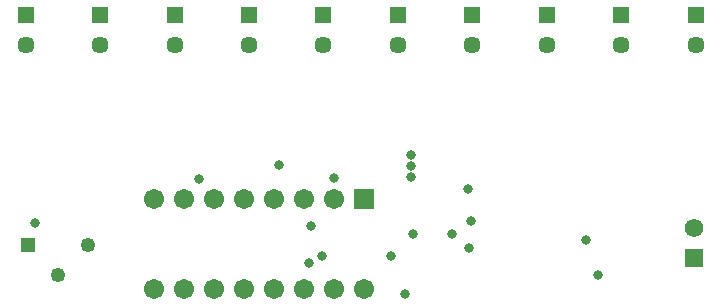
<source format=gbr>
G04*
G04 #@! TF.GenerationSoftware,Altium Limited,Altium Designer,24.1.2 (44)*
G04*
G04 Layer_Color=16711935*
%FSLAX44Y44*%
%MOMM*%
G71*
G04*
G04 #@! TF.SameCoordinates,BD343A0D-4BD6-4D64-9A7B-49F0AB29FDDA*
G04*
G04*
G04 #@! TF.FilePolarity,Negative*
G04*
G01*
G75*
%ADD22C,1.5700*%
%ADD23R,1.5700X1.5700*%
%ADD24R,1.2500X1.2500*%
%ADD25C,1.2500*%
%ADD26R,1.4500X1.4500*%
%ADD27C,1.4500*%
%ADD28C,1.7032*%
%ADD29R,1.7032X1.7032*%
%ADD30C,0.8032*%
D22*
X617982Y90170D02*
D03*
D23*
Y64770D02*
D03*
D24*
X53594Y75946D02*
D03*
D25*
X104394D02*
D03*
X78994Y50546D02*
D03*
D26*
X51816Y270256D02*
D03*
X618998D02*
D03*
X555978D02*
D03*
X492958D02*
D03*
X429937D02*
D03*
X366917D02*
D03*
X303897D02*
D03*
X240877D02*
D03*
X177856D02*
D03*
X114836D02*
D03*
D27*
X618998Y244856D02*
D03*
X555978D02*
D03*
X492958D02*
D03*
X429937D02*
D03*
X366917D02*
D03*
X303897D02*
D03*
X240877D02*
D03*
X177856D02*
D03*
X114836D02*
D03*
X51816D02*
D03*
D28*
X160274Y38862D02*
D03*
X185674D02*
D03*
X211074D02*
D03*
X236474D02*
D03*
X261874D02*
D03*
X287274D02*
D03*
X312674D02*
D03*
X338074D02*
D03*
X160274Y115062D02*
D03*
X185674D02*
D03*
X211074D02*
D03*
X236474D02*
D03*
X261874D02*
D03*
X287274D02*
D03*
X312674D02*
D03*
D29*
X338074D02*
D03*
D30*
X429006Y96520D02*
D03*
X412496Y85090D02*
D03*
X425958Y123190D02*
D03*
X379984Y85090D02*
D03*
X361188Y66548D02*
D03*
X302260D02*
D03*
X372872Y34544D02*
D03*
X291338Y60452D02*
D03*
X536702Y50546D02*
D03*
X526193Y79661D02*
D03*
X59436Y94234D02*
D03*
X427228Y73152D02*
D03*
X293370Y92202D02*
D03*
X312928Y132334D02*
D03*
X378206Y133096D02*
D03*
Y143002D02*
D03*
X265938Y143764D02*
D03*
X377952Y152400D02*
D03*
X198628Y131318D02*
D03*
M02*

</source>
